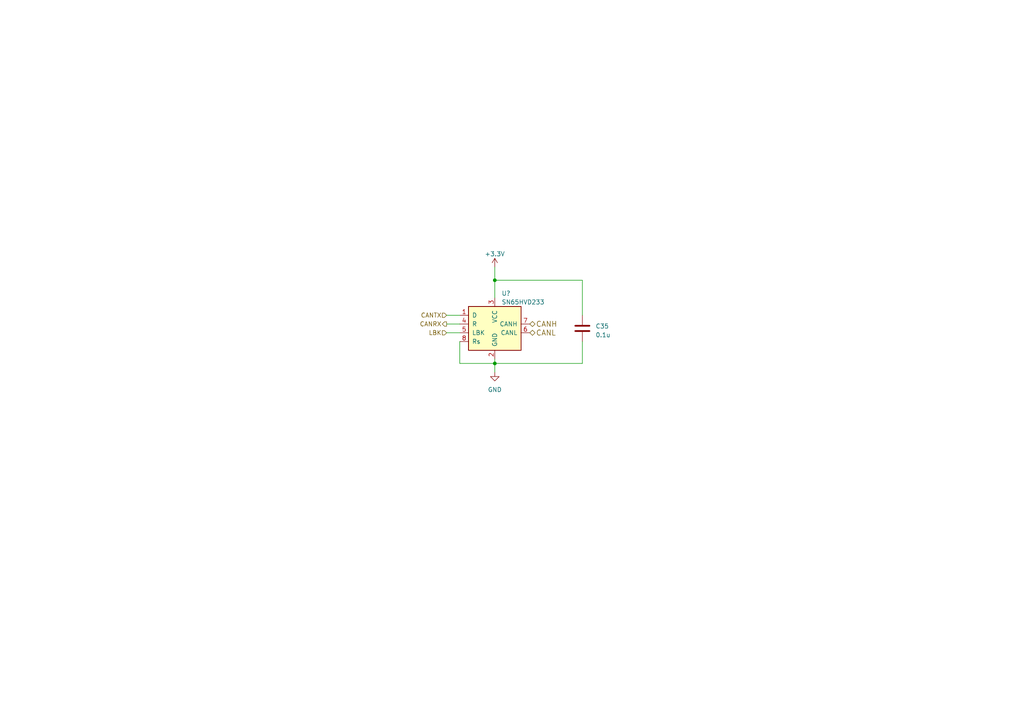
<source format=kicad_sch>
(kicad_sch (version 20230121) (generator eeschema)
  (paper "A4")
  (lib_symbols
    (symbol "Device:C" (pin_numbers hide) (pin_names (offset 0.254))
      (property "Reference" "C" (at 0.635 2.54 0))
      (property "Value" "C" (at 0.635 -2.54 0))
      (symbol "C_0_1"
        (polyline (pts (xy -2.032 -0.762) (xy 2.032 -0.762)) (stroke (width 0.508)))
        (polyline (pts (xy -2.032 0.762) (xy 2.032 0.762)) (stroke (width 0.508)))
      )
      (symbol "C_1_1"
        (pin passive line (at 0 3.81 270) (length 2.794) (name "~") (number "1"))
        (pin passive line (at 0 -3.81 90) (length 2.794) (name "~") (number "2"))
      )
    )
    (symbol "Interface_CAN_LIN:SN65HVD233" (pin_names (offset 1.016))
      (property "Reference" "U" (at -2.54 10.16 0))
      (property "Value" "SN65HVD233" (at -2.54 7.62 0))
      (symbol "SN65HVD233_0_1"
        (rectangle (start -7.62 5.08) (end 7.62 -7.62) (stroke (width 0.254)) (fill (type background)))
      )
      (symbol "SN65HVD233_1_1"
        (pin input line (at -10.16 2.54 0) (length 2.54) (name "D") (number "1"))
        (pin power_in line (at 0 -10.16 90) (length 2.54) (name "GND") (number "2"))
        (pin power_in line (at 0 7.62 270) (length 2.54) (name "VCC") (number "3"))
        (pin output line (at -10.16 0 0) (length 2.54) (name "R") (number "4"))
        (pin input line (at -10.16 -2.54 0) (length 2.54) (name "LBK") (number "5"))
        (pin bidirectional line (at 10.16 -2.54 180) (length 2.54) (name "CANL") (number "6"))
        (pin bidirectional line (at 10.16 0 180) (length 2.54) (name "CANH") (number "7"))
        (pin input line (at -10.16 -5.08 0) (length 2.54) (name "Rs") (number "8"))
      )
    )
    (symbol "power:+3.3V" (power) (pin_names (offset 0))
      (property "Value" "+3.3V" (at 0 3.556 0))
      (symbol "+3.3V_0_1"
        (polyline (pts (xy -0.762 1.27) (xy 0 2.54)))
        (polyline (pts (xy 0 0) (xy 0 2.54)))
        (polyline (pts (xy 0 2.54) (xy 0.762 1.27)))
      )
      (symbol "+3.3V_1_1"
        (pin power_in line (at 0 0 90) (length 0) hide (name "+3.3V") (number "1"))
      )
    )
    (symbol "power:GND" (power) (pin_names (offset 0))
      (property "Value" "GND" (at 0 -3.81 0))
      (symbol "GND_0_1"
        (polyline (pts (xy 0 0) (xy 0 -1.27) (xy 1.27 -1.27) (xy 0 -2.54) (xy -1.27 -1.27) (xy 0 -1.27)))
      )
      (symbol "GND_1_1"
        (pin power_in line (at 0 0 270) (length 0) hide (name "GND") (number "1"))
      )
    )
  )
  (junction (at 143.51 81.28))
  (junction (at 143.51 105.41))
  (wire (pts (xy 143.51 104.14) (xy 143.51 105.41)))
  (wire (pts (xy 129.54 96.52) (xy 133.35 96.52)))
  (wire (pts (xy 168.91 81.28) (xy 168.91 91.44)))
  (wire (pts (xy 143.51 81.28) (xy 168.91 81.28)))
  (wire (pts (xy 143.51 81.28) (xy 143.51 86.36)))
  (wire (pts (xy 129.54 91.44) (xy 133.35 91.44)))
  (wire (pts (xy 143.51 105.41) (xy 143.51 107.95)))
  (wire (pts (xy 133.35 105.41) (xy 143.51 105.41)))
  (wire (pts (xy 143.51 77.47) (xy 143.51 81.28)))
  (wire (pts (xy 168.91 105.41) (xy 143.51 105.41)))
  (wire (pts (xy 168.91 99.06) (xy 168.91 105.41)))
  (wire (pts (xy 129.54 93.98) (xy 133.35 93.98)))
  (wire (pts (xy 133.35 99.06) (xy 133.35 105.41)))
  (hierarchical_label "CANH" (shape bidirectional) (at 153.67 93.98 0) (effects (font (size 1.524 1.524))))
  (hierarchical_label "LBK" (shape input) (at 129.54 96.52 180))
  (hierarchical_label "CANTX" (shape input) (at 129.54 91.44 180))
  (hierarchical_label "CANL" (shape bidirectional) (at 153.67 96.52 0) (effects (font (size 1.524 1.524))))
  (hierarchical_label "CANRX" (shape output) (at 129.54 93.98 180))
  (symbol (lib_id "Interface_CAN_LIN:SN65HVD233") (at 143.51 93.98 0) (unit 1)
    (property "Reference" "U?" (at 145.4659 85.09 0) (effects (justify left)))
    (property "Value" "SN65HVD233" (at 145.4659 87.63 0) (effects (justify left)))
    (property "Footprint" "Package_SO:SOIC-8_3.9x4.9mm_P1.27mm" (effects hide))
    (property "Datasheet" "http://www.ti.com/lit/ds/symlink/sn65hvd234.pdf" (effects hide))
    (instances (project "CAN" (path "" (reference "U?") (unit 1))) (project "electrium-esc-v2" (path "" (reference "U6") (unit 1))))
  )
  (symbol (lib_id "power:GND") (at 143.51 107.95 0) (unit 1)
    (property "Reference" "#PWR?" (effects hide))
    (property "Value" "GND" (at 143.51 113.03 0))
    (instances (project "CAN" (path "" (reference "#PWR?") (unit 1))) (project "electrium-esc-v2" (path "" (reference "#PWR054") (unit 1))))
  )
  (symbol (lib_id "Device:C") (at 168.91 95.25 0) (unit 1)
    (property "Reference" "C35" (at 172.72 94.615 0) (effects (justify left)))
    (property "Value" "0.1u" (at 172.72 97.155 0) (effects (justify left)))
    (property "Footprint" "Capacitor_SMD:C_0603_1608Metric" (effects hide))
  )
  (symbol (lib_id "power:+3.3V") (at 143.51 77.47 0) (unit 1)
    (property "Reference" "#PWR?" (effects hide))
    (property "Value" "+3.3V" (at 143.51 73.66 0))
    (instances (project "CAN" (path "" (reference "#PWR?") (unit 1))) (project "electrium-esc-v2" (path "" (reference "#PWR053") (unit 1))))
  )
)
</source>
